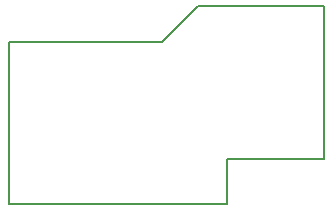
<source format=gbr>
G04 #@! TF.GenerationSoftware,KiCad,Pcbnew,5.0.2+dfsg1-1*
G04 #@! TF.CreationDate,2020-07-17T18:23:56-07:00*
G04 #@! TF.ProjectId,mawile,6d617769-6c65-42e6-9b69-6361645f7063,rev?*
G04 #@! TF.SameCoordinates,PX4c4db10PY99746c8*
G04 #@! TF.FileFunction,Other,User*
%FSLAX46Y46*%
G04 Gerber Fmt 4.6, Leading zero omitted, Abs format (unit mm)*
G04 Created by KiCad (PCBNEW 5.0.2+dfsg1-1) date Fri 17 Jul 2020 06:23:56 PM PDT*
%MOMM*%
%LPD*%
G01*
G04 APERTURE LIST*
%ADD10C,0.200000*%
G04 APERTURE END LIST*
D10*
X18415000Y0D02*
X0Y0D01*
X18415000Y3810000D02*
X18415000Y0D01*
X26670000Y3810000D02*
X18415000Y3810000D01*
X26670000Y16764000D02*
X26670000Y3810000D01*
X16002000Y16764000D02*
X26670000Y16764000D01*
X12954000Y13716000D02*
X16002000Y16764000D01*
X0Y13716000D02*
X12954000Y13716000D01*
X0Y0D02*
X0Y13716000D01*
M02*

</source>
